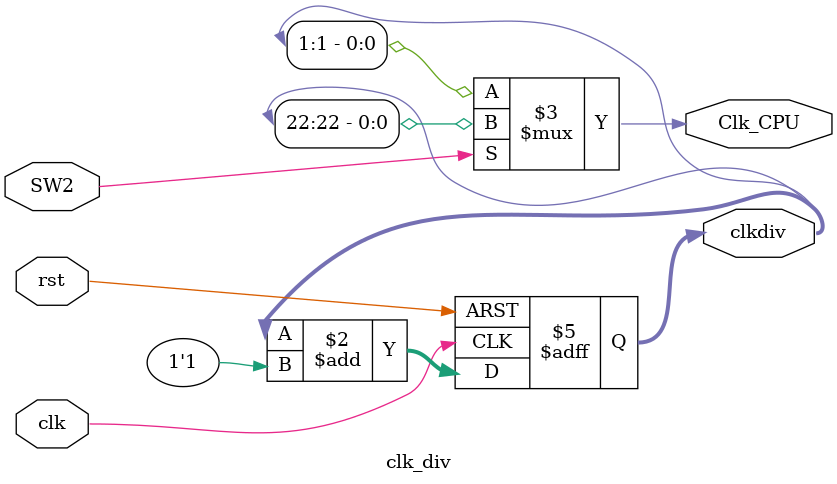
<source format=v>
module clk_div(
	input wire clk,
	input wire rst,
	input wire SW2,
	output reg [31:0] clkdiv,
	output wire Clk_CPU
);

	initial clkdiv <= 0;
	always @ (posedge clk or posedge rst) begin
		if (rst) begin
			clkdiv <= 0;
		end else begin
			clkdiv <= clkdiv + 1'b1;
		end
	end
	assign Clk_CPU = SW2 ? clkdiv[22] : clkdiv[1];

endmodule
</source>
